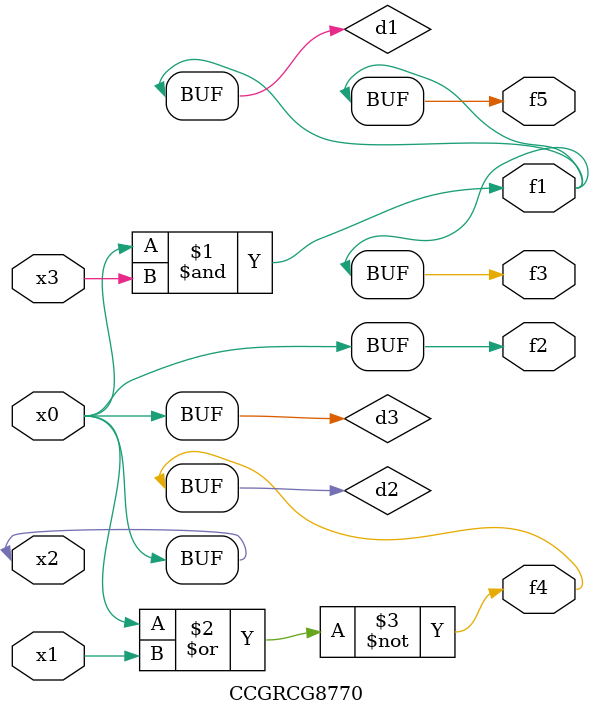
<source format=v>
module CCGRCG8770(
	input x0, x1, x2, x3,
	output f1, f2, f3, f4, f5
);

	wire d1, d2, d3;

	and (d1, x2, x3);
	nor (d2, x0, x1);
	buf (d3, x0, x2);
	assign f1 = d1;
	assign f2 = d3;
	assign f3 = d1;
	assign f4 = d2;
	assign f5 = d1;
endmodule

</source>
